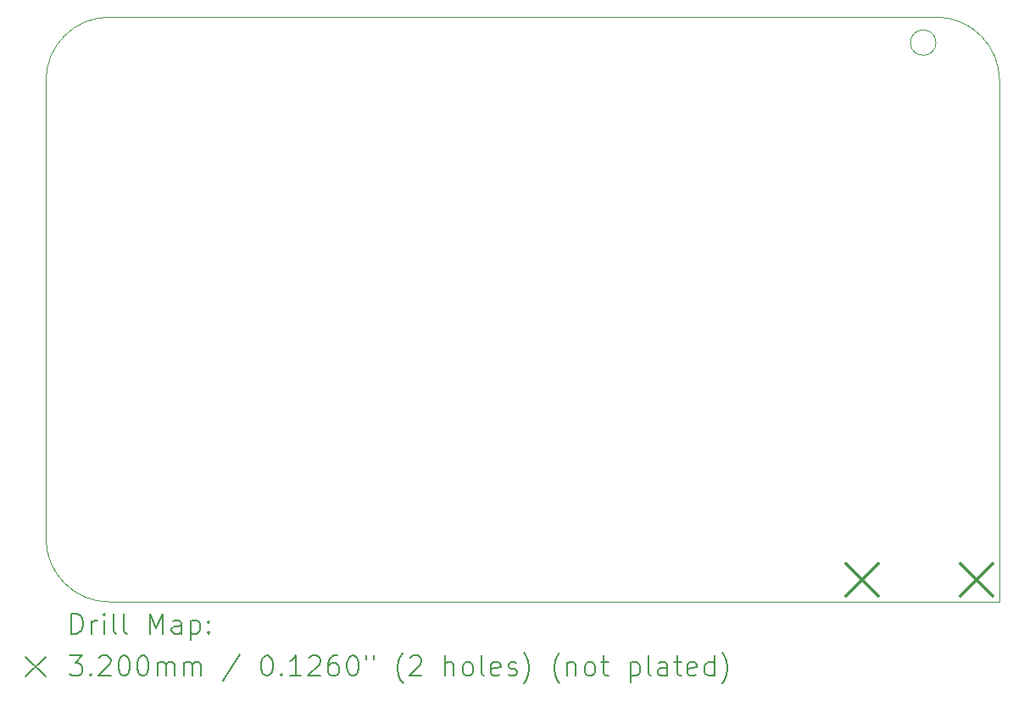
<source format=gbr>
%TF.GenerationSoftware,KiCad,Pcbnew,7.0.7*%
%TF.CreationDate,2024-09-25T19:29:02-07:00*%
%TF.ProjectId,ACS Arduino Board,41435320-4172-4647-9569-6e6f20426f61,rev?*%
%TF.SameCoordinates,Original*%
%TF.FileFunction,Drillmap*%
%TF.FilePolarity,Positive*%
%FSLAX45Y45*%
G04 Gerber Fmt 4.5, Leading zero omitted, Abs format (unit mm)*
G04 Created by KiCad (PCBNEW 7.0.7) date 2024-09-25 19:29:02*
%MOMM*%
%LPD*%
G01*
G04 APERTURE LIST*
%ADD10C,0.100000*%
%ADD11C,0.200000*%
%ADD12C,0.320040*%
G04 APERTURE END LIST*
D10*
X12065000Y-8382000D02*
X12065000Y-3175000D01*
X3175000Y-8382000D02*
X12065000Y-8382000D01*
X3175000Y-2540000D02*
X11430000Y-2540000D01*
X2540000Y-7747000D02*
X2540000Y-3175000D01*
X2540000Y-7747000D02*
G75*
G03*
X3175000Y-8382000I635000J0D01*
G01*
X12065000Y-3175000D02*
G75*
G03*
X11430000Y-2540000I-635000J0D01*
G01*
X3175000Y-2540000D02*
G75*
G03*
X2540000Y-3175000I0J-635000D01*
G01*
X11429000Y-2795000D02*
G75*
G03*
X11429000Y-2795000I-127000J0D01*
G01*
D11*
D12*
X10533970Y-7997440D02*
X10854010Y-8317480D01*
X10854010Y-7997440D02*
X10533970Y-8317480D01*
X11676970Y-7997440D02*
X11997010Y-8317480D01*
X11997010Y-7997440D02*
X11676970Y-8317480D01*
D11*
X2795777Y-8698484D02*
X2795777Y-8498484D01*
X2795777Y-8498484D02*
X2843396Y-8498484D01*
X2843396Y-8498484D02*
X2871967Y-8508008D01*
X2871967Y-8508008D02*
X2891015Y-8527055D01*
X2891015Y-8527055D02*
X2900539Y-8546103D01*
X2900539Y-8546103D02*
X2910062Y-8584198D01*
X2910062Y-8584198D02*
X2910062Y-8612770D01*
X2910062Y-8612770D02*
X2900539Y-8650865D01*
X2900539Y-8650865D02*
X2891015Y-8669912D01*
X2891015Y-8669912D02*
X2871967Y-8688960D01*
X2871967Y-8688960D02*
X2843396Y-8698484D01*
X2843396Y-8698484D02*
X2795777Y-8698484D01*
X2995777Y-8698484D02*
X2995777Y-8565150D01*
X2995777Y-8603246D02*
X3005301Y-8584198D01*
X3005301Y-8584198D02*
X3014824Y-8574674D01*
X3014824Y-8574674D02*
X3033872Y-8565150D01*
X3033872Y-8565150D02*
X3052920Y-8565150D01*
X3119586Y-8698484D02*
X3119586Y-8565150D01*
X3119586Y-8498484D02*
X3110062Y-8508008D01*
X3110062Y-8508008D02*
X3119586Y-8517531D01*
X3119586Y-8517531D02*
X3129110Y-8508008D01*
X3129110Y-8508008D02*
X3119586Y-8498484D01*
X3119586Y-8498484D02*
X3119586Y-8517531D01*
X3243396Y-8698484D02*
X3224348Y-8688960D01*
X3224348Y-8688960D02*
X3214824Y-8669912D01*
X3214824Y-8669912D02*
X3214824Y-8498484D01*
X3348158Y-8698484D02*
X3329110Y-8688960D01*
X3329110Y-8688960D02*
X3319586Y-8669912D01*
X3319586Y-8669912D02*
X3319586Y-8498484D01*
X3576729Y-8698484D02*
X3576729Y-8498484D01*
X3576729Y-8498484D02*
X3643396Y-8641341D01*
X3643396Y-8641341D02*
X3710062Y-8498484D01*
X3710062Y-8498484D02*
X3710062Y-8698484D01*
X3891015Y-8698484D02*
X3891015Y-8593722D01*
X3891015Y-8593722D02*
X3881491Y-8574674D01*
X3881491Y-8574674D02*
X3862443Y-8565150D01*
X3862443Y-8565150D02*
X3824348Y-8565150D01*
X3824348Y-8565150D02*
X3805301Y-8574674D01*
X3891015Y-8688960D02*
X3871967Y-8698484D01*
X3871967Y-8698484D02*
X3824348Y-8698484D01*
X3824348Y-8698484D02*
X3805301Y-8688960D01*
X3805301Y-8688960D02*
X3795777Y-8669912D01*
X3795777Y-8669912D02*
X3795777Y-8650865D01*
X3795777Y-8650865D02*
X3805301Y-8631817D01*
X3805301Y-8631817D02*
X3824348Y-8622293D01*
X3824348Y-8622293D02*
X3871967Y-8622293D01*
X3871967Y-8622293D02*
X3891015Y-8612770D01*
X3986253Y-8565150D02*
X3986253Y-8765150D01*
X3986253Y-8574674D02*
X4005301Y-8565150D01*
X4005301Y-8565150D02*
X4043396Y-8565150D01*
X4043396Y-8565150D02*
X4062443Y-8574674D01*
X4062443Y-8574674D02*
X4071967Y-8584198D01*
X4071967Y-8584198D02*
X4081491Y-8603246D01*
X4081491Y-8603246D02*
X4081491Y-8660389D01*
X4081491Y-8660389D02*
X4071967Y-8679436D01*
X4071967Y-8679436D02*
X4062443Y-8688960D01*
X4062443Y-8688960D02*
X4043396Y-8698484D01*
X4043396Y-8698484D02*
X4005301Y-8698484D01*
X4005301Y-8698484D02*
X3986253Y-8688960D01*
X4167205Y-8679436D02*
X4176729Y-8688960D01*
X4176729Y-8688960D02*
X4167205Y-8698484D01*
X4167205Y-8698484D02*
X4157682Y-8688960D01*
X4157682Y-8688960D02*
X4167205Y-8679436D01*
X4167205Y-8679436D02*
X4167205Y-8698484D01*
X4167205Y-8574674D02*
X4176729Y-8584198D01*
X4176729Y-8584198D02*
X4167205Y-8593722D01*
X4167205Y-8593722D02*
X4157682Y-8584198D01*
X4157682Y-8584198D02*
X4167205Y-8574674D01*
X4167205Y-8574674D02*
X4167205Y-8593722D01*
X2335000Y-8927000D02*
X2535000Y-9127000D01*
X2535000Y-8927000D02*
X2335000Y-9127000D01*
X2776729Y-8918484D02*
X2900539Y-8918484D01*
X2900539Y-8918484D02*
X2833872Y-8994674D01*
X2833872Y-8994674D02*
X2862443Y-8994674D01*
X2862443Y-8994674D02*
X2881491Y-9004198D01*
X2881491Y-9004198D02*
X2891015Y-9013722D01*
X2891015Y-9013722D02*
X2900539Y-9032770D01*
X2900539Y-9032770D02*
X2900539Y-9080389D01*
X2900539Y-9080389D02*
X2891015Y-9099436D01*
X2891015Y-9099436D02*
X2881491Y-9108960D01*
X2881491Y-9108960D02*
X2862443Y-9118484D01*
X2862443Y-9118484D02*
X2805301Y-9118484D01*
X2805301Y-9118484D02*
X2786253Y-9108960D01*
X2786253Y-9108960D02*
X2776729Y-9099436D01*
X2986253Y-9099436D02*
X2995777Y-9108960D01*
X2995777Y-9108960D02*
X2986253Y-9118484D01*
X2986253Y-9118484D02*
X2976729Y-9108960D01*
X2976729Y-9108960D02*
X2986253Y-9099436D01*
X2986253Y-9099436D02*
X2986253Y-9118484D01*
X3071967Y-8937531D02*
X3081491Y-8928008D01*
X3081491Y-8928008D02*
X3100539Y-8918484D01*
X3100539Y-8918484D02*
X3148158Y-8918484D01*
X3148158Y-8918484D02*
X3167205Y-8928008D01*
X3167205Y-8928008D02*
X3176729Y-8937531D01*
X3176729Y-8937531D02*
X3186253Y-8956579D01*
X3186253Y-8956579D02*
X3186253Y-8975627D01*
X3186253Y-8975627D02*
X3176729Y-9004198D01*
X3176729Y-9004198D02*
X3062443Y-9118484D01*
X3062443Y-9118484D02*
X3186253Y-9118484D01*
X3310062Y-8918484D02*
X3329110Y-8918484D01*
X3329110Y-8918484D02*
X3348158Y-8928008D01*
X3348158Y-8928008D02*
X3357682Y-8937531D01*
X3357682Y-8937531D02*
X3367205Y-8956579D01*
X3367205Y-8956579D02*
X3376729Y-8994674D01*
X3376729Y-8994674D02*
X3376729Y-9042293D01*
X3376729Y-9042293D02*
X3367205Y-9080389D01*
X3367205Y-9080389D02*
X3357682Y-9099436D01*
X3357682Y-9099436D02*
X3348158Y-9108960D01*
X3348158Y-9108960D02*
X3329110Y-9118484D01*
X3329110Y-9118484D02*
X3310062Y-9118484D01*
X3310062Y-9118484D02*
X3291015Y-9108960D01*
X3291015Y-9108960D02*
X3281491Y-9099436D01*
X3281491Y-9099436D02*
X3271967Y-9080389D01*
X3271967Y-9080389D02*
X3262443Y-9042293D01*
X3262443Y-9042293D02*
X3262443Y-8994674D01*
X3262443Y-8994674D02*
X3271967Y-8956579D01*
X3271967Y-8956579D02*
X3281491Y-8937531D01*
X3281491Y-8937531D02*
X3291015Y-8928008D01*
X3291015Y-8928008D02*
X3310062Y-8918484D01*
X3500539Y-8918484D02*
X3519586Y-8918484D01*
X3519586Y-8918484D02*
X3538634Y-8928008D01*
X3538634Y-8928008D02*
X3548158Y-8937531D01*
X3548158Y-8937531D02*
X3557682Y-8956579D01*
X3557682Y-8956579D02*
X3567205Y-8994674D01*
X3567205Y-8994674D02*
X3567205Y-9042293D01*
X3567205Y-9042293D02*
X3557682Y-9080389D01*
X3557682Y-9080389D02*
X3548158Y-9099436D01*
X3548158Y-9099436D02*
X3538634Y-9108960D01*
X3538634Y-9108960D02*
X3519586Y-9118484D01*
X3519586Y-9118484D02*
X3500539Y-9118484D01*
X3500539Y-9118484D02*
X3481491Y-9108960D01*
X3481491Y-9108960D02*
X3471967Y-9099436D01*
X3471967Y-9099436D02*
X3462443Y-9080389D01*
X3462443Y-9080389D02*
X3452920Y-9042293D01*
X3452920Y-9042293D02*
X3452920Y-8994674D01*
X3452920Y-8994674D02*
X3462443Y-8956579D01*
X3462443Y-8956579D02*
X3471967Y-8937531D01*
X3471967Y-8937531D02*
X3481491Y-8928008D01*
X3481491Y-8928008D02*
X3500539Y-8918484D01*
X3652920Y-9118484D02*
X3652920Y-8985150D01*
X3652920Y-9004198D02*
X3662443Y-8994674D01*
X3662443Y-8994674D02*
X3681491Y-8985150D01*
X3681491Y-8985150D02*
X3710063Y-8985150D01*
X3710063Y-8985150D02*
X3729110Y-8994674D01*
X3729110Y-8994674D02*
X3738634Y-9013722D01*
X3738634Y-9013722D02*
X3738634Y-9118484D01*
X3738634Y-9013722D02*
X3748158Y-8994674D01*
X3748158Y-8994674D02*
X3767205Y-8985150D01*
X3767205Y-8985150D02*
X3795777Y-8985150D01*
X3795777Y-8985150D02*
X3814824Y-8994674D01*
X3814824Y-8994674D02*
X3824348Y-9013722D01*
X3824348Y-9013722D02*
X3824348Y-9118484D01*
X3919586Y-9118484D02*
X3919586Y-8985150D01*
X3919586Y-9004198D02*
X3929110Y-8994674D01*
X3929110Y-8994674D02*
X3948158Y-8985150D01*
X3948158Y-8985150D02*
X3976729Y-8985150D01*
X3976729Y-8985150D02*
X3995777Y-8994674D01*
X3995777Y-8994674D02*
X4005301Y-9013722D01*
X4005301Y-9013722D02*
X4005301Y-9118484D01*
X4005301Y-9013722D02*
X4014824Y-8994674D01*
X4014824Y-8994674D02*
X4033872Y-8985150D01*
X4033872Y-8985150D02*
X4062443Y-8985150D01*
X4062443Y-8985150D02*
X4081491Y-8994674D01*
X4081491Y-8994674D02*
X4091015Y-9013722D01*
X4091015Y-9013722D02*
X4091015Y-9118484D01*
X4481491Y-8908960D02*
X4310063Y-9166103D01*
X4738634Y-8918484D02*
X4757682Y-8918484D01*
X4757682Y-8918484D02*
X4776729Y-8928008D01*
X4776729Y-8928008D02*
X4786253Y-8937531D01*
X4786253Y-8937531D02*
X4795777Y-8956579D01*
X4795777Y-8956579D02*
X4805301Y-8994674D01*
X4805301Y-8994674D02*
X4805301Y-9042293D01*
X4805301Y-9042293D02*
X4795777Y-9080389D01*
X4795777Y-9080389D02*
X4786253Y-9099436D01*
X4786253Y-9099436D02*
X4776729Y-9108960D01*
X4776729Y-9108960D02*
X4757682Y-9118484D01*
X4757682Y-9118484D02*
X4738634Y-9118484D01*
X4738634Y-9118484D02*
X4719587Y-9108960D01*
X4719587Y-9108960D02*
X4710063Y-9099436D01*
X4710063Y-9099436D02*
X4700539Y-9080389D01*
X4700539Y-9080389D02*
X4691015Y-9042293D01*
X4691015Y-9042293D02*
X4691015Y-8994674D01*
X4691015Y-8994674D02*
X4700539Y-8956579D01*
X4700539Y-8956579D02*
X4710063Y-8937531D01*
X4710063Y-8937531D02*
X4719587Y-8928008D01*
X4719587Y-8928008D02*
X4738634Y-8918484D01*
X4891015Y-9099436D02*
X4900539Y-9108960D01*
X4900539Y-9108960D02*
X4891015Y-9118484D01*
X4891015Y-9118484D02*
X4881491Y-9108960D01*
X4881491Y-9108960D02*
X4891015Y-9099436D01*
X4891015Y-9099436D02*
X4891015Y-9118484D01*
X5091015Y-9118484D02*
X4976729Y-9118484D01*
X5033872Y-9118484D02*
X5033872Y-8918484D01*
X5033872Y-8918484D02*
X5014825Y-8947055D01*
X5014825Y-8947055D02*
X4995777Y-8966103D01*
X4995777Y-8966103D02*
X4976729Y-8975627D01*
X5167206Y-8937531D02*
X5176729Y-8928008D01*
X5176729Y-8928008D02*
X5195777Y-8918484D01*
X5195777Y-8918484D02*
X5243396Y-8918484D01*
X5243396Y-8918484D02*
X5262444Y-8928008D01*
X5262444Y-8928008D02*
X5271968Y-8937531D01*
X5271968Y-8937531D02*
X5281491Y-8956579D01*
X5281491Y-8956579D02*
X5281491Y-8975627D01*
X5281491Y-8975627D02*
X5271968Y-9004198D01*
X5271968Y-9004198D02*
X5157682Y-9118484D01*
X5157682Y-9118484D02*
X5281491Y-9118484D01*
X5452920Y-8918484D02*
X5414825Y-8918484D01*
X5414825Y-8918484D02*
X5395777Y-8928008D01*
X5395777Y-8928008D02*
X5386253Y-8937531D01*
X5386253Y-8937531D02*
X5367206Y-8966103D01*
X5367206Y-8966103D02*
X5357682Y-9004198D01*
X5357682Y-9004198D02*
X5357682Y-9080389D01*
X5357682Y-9080389D02*
X5367206Y-9099436D01*
X5367206Y-9099436D02*
X5376729Y-9108960D01*
X5376729Y-9108960D02*
X5395777Y-9118484D01*
X5395777Y-9118484D02*
X5433872Y-9118484D01*
X5433872Y-9118484D02*
X5452920Y-9108960D01*
X5452920Y-9108960D02*
X5462444Y-9099436D01*
X5462444Y-9099436D02*
X5471968Y-9080389D01*
X5471968Y-9080389D02*
X5471968Y-9032770D01*
X5471968Y-9032770D02*
X5462444Y-9013722D01*
X5462444Y-9013722D02*
X5452920Y-9004198D01*
X5452920Y-9004198D02*
X5433872Y-8994674D01*
X5433872Y-8994674D02*
X5395777Y-8994674D01*
X5395777Y-8994674D02*
X5376729Y-9004198D01*
X5376729Y-9004198D02*
X5367206Y-9013722D01*
X5367206Y-9013722D02*
X5357682Y-9032770D01*
X5595777Y-8918484D02*
X5614825Y-8918484D01*
X5614825Y-8918484D02*
X5633872Y-8928008D01*
X5633872Y-8928008D02*
X5643396Y-8937531D01*
X5643396Y-8937531D02*
X5652920Y-8956579D01*
X5652920Y-8956579D02*
X5662444Y-8994674D01*
X5662444Y-8994674D02*
X5662444Y-9042293D01*
X5662444Y-9042293D02*
X5652920Y-9080389D01*
X5652920Y-9080389D02*
X5643396Y-9099436D01*
X5643396Y-9099436D02*
X5633872Y-9108960D01*
X5633872Y-9108960D02*
X5614825Y-9118484D01*
X5614825Y-9118484D02*
X5595777Y-9118484D01*
X5595777Y-9118484D02*
X5576729Y-9108960D01*
X5576729Y-9108960D02*
X5567206Y-9099436D01*
X5567206Y-9099436D02*
X5557682Y-9080389D01*
X5557682Y-9080389D02*
X5548158Y-9042293D01*
X5548158Y-9042293D02*
X5548158Y-8994674D01*
X5548158Y-8994674D02*
X5557682Y-8956579D01*
X5557682Y-8956579D02*
X5567206Y-8937531D01*
X5567206Y-8937531D02*
X5576729Y-8928008D01*
X5576729Y-8928008D02*
X5595777Y-8918484D01*
X5738634Y-8918484D02*
X5738634Y-8956579D01*
X5814825Y-8918484D02*
X5814825Y-8956579D01*
X6110063Y-9194674D02*
X6100539Y-9185150D01*
X6100539Y-9185150D02*
X6081491Y-9156579D01*
X6081491Y-9156579D02*
X6071968Y-9137531D01*
X6071968Y-9137531D02*
X6062444Y-9108960D01*
X6062444Y-9108960D02*
X6052920Y-9061341D01*
X6052920Y-9061341D02*
X6052920Y-9023246D01*
X6052920Y-9023246D02*
X6062444Y-8975627D01*
X6062444Y-8975627D02*
X6071968Y-8947055D01*
X6071968Y-8947055D02*
X6081491Y-8928008D01*
X6081491Y-8928008D02*
X6100539Y-8899436D01*
X6100539Y-8899436D02*
X6110063Y-8889912D01*
X6176729Y-8937531D02*
X6186253Y-8928008D01*
X6186253Y-8928008D02*
X6205301Y-8918484D01*
X6205301Y-8918484D02*
X6252920Y-8918484D01*
X6252920Y-8918484D02*
X6271968Y-8928008D01*
X6271968Y-8928008D02*
X6281491Y-8937531D01*
X6281491Y-8937531D02*
X6291015Y-8956579D01*
X6291015Y-8956579D02*
X6291015Y-8975627D01*
X6291015Y-8975627D02*
X6281491Y-9004198D01*
X6281491Y-9004198D02*
X6167206Y-9118484D01*
X6167206Y-9118484D02*
X6291015Y-9118484D01*
X6529110Y-9118484D02*
X6529110Y-8918484D01*
X6614825Y-9118484D02*
X6614825Y-9013722D01*
X6614825Y-9013722D02*
X6605301Y-8994674D01*
X6605301Y-8994674D02*
X6586253Y-8985150D01*
X6586253Y-8985150D02*
X6557682Y-8985150D01*
X6557682Y-8985150D02*
X6538634Y-8994674D01*
X6538634Y-8994674D02*
X6529110Y-9004198D01*
X6738634Y-9118484D02*
X6719587Y-9108960D01*
X6719587Y-9108960D02*
X6710063Y-9099436D01*
X6710063Y-9099436D02*
X6700539Y-9080389D01*
X6700539Y-9080389D02*
X6700539Y-9023246D01*
X6700539Y-9023246D02*
X6710063Y-9004198D01*
X6710063Y-9004198D02*
X6719587Y-8994674D01*
X6719587Y-8994674D02*
X6738634Y-8985150D01*
X6738634Y-8985150D02*
X6767206Y-8985150D01*
X6767206Y-8985150D02*
X6786253Y-8994674D01*
X6786253Y-8994674D02*
X6795777Y-9004198D01*
X6795777Y-9004198D02*
X6805301Y-9023246D01*
X6805301Y-9023246D02*
X6805301Y-9080389D01*
X6805301Y-9080389D02*
X6795777Y-9099436D01*
X6795777Y-9099436D02*
X6786253Y-9108960D01*
X6786253Y-9108960D02*
X6767206Y-9118484D01*
X6767206Y-9118484D02*
X6738634Y-9118484D01*
X6919587Y-9118484D02*
X6900539Y-9108960D01*
X6900539Y-9108960D02*
X6891015Y-9089912D01*
X6891015Y-9089912D02*
X6891015Y-8918484D01*
X7071968Y-9108960D02*
X7052920Y-9118484D01*
X7052920Y-9118484D02*
X7014825Y-9118484D01*
X7014825Y-9118484D02*
X6995777Y-9108960D01*
X6995777Y-9108960D02*
X6986253Y-9089912D01*
X6986253Y-9089912D02*
X6986253Y-9013722D01*
X6986253Y-9013722D02*
X6995777Y-8994674D01*
X6995777Y-8994674D02*
X7014825Y-8985150D01*
X7014825Y-8985150D02*
X7052920Y-8985150D01*
X7052920Y-8985150D02*
X7071968Y-8994674D01*
X7071968Y-8994674D02*
X7081491Y-9013722D01*
X7081491Y-9013722D02*
X7081491Y-9032770D01*
X7081491Y-9032770D02*
X6986253Y-9051817D01*
X7157682Y-9108960D02*
X7176730Y-9118484D01*
X7176730Y-9118484D02*
X7214825Y-9118484D01*
X7214825Y-9118484D02*
X7233872Y-9108960D01*
X7233872Y-9108960D02*
X7243396Y-9089912D01*
X7243396Y-9089912D02*
X7243396Y-9080389D01*
X7243396Y-9080389D02*
X7233872Y-9061341D01*
X7233872Y-9061341D02*
X7214825Y-9051817D01*
X7214825Y-9051817D02*
X7186253Y-9051817D01*
X7186253Y-9051817D02*
X7167206Y-9042293D01*
X7167206Y-9042293D02*
X7157682Y-9023246D01*
X7157682Y-9023246D02*
X7157682Y-9013722D01*
X7157682Y-9013722D02*
X7167206Y-8994674D01*
X7167206Y-8994674D02*
X7186253Y-8985150D01*
X7186253Y-8985150D02*
X7214825Y-8985150D01*
X7214825Y-8985150D02*
X7233872Y-8994674D01*
X7310063Y-9194674D02*
X7319587Y-9185150D01*
X7319587Y-9185150D02*
X7338634Y-9156579D01*
X7338634Y-9156579D02*
X7348158Y-9137531D01*
X7348158Y-9137531D02*
X7357682Y-9108960D01*
X7357682Y-9108960D02*
X7367206Y-9061341D01*
X7367206Y-9061341D02*
X7367206Y-9023246D01*
X7367206Y-9023246D02*
X7357682Y-8975627D01*
X7357682Y-8975627D02*
X7348158Y-8947055D01*
X7348158Y-8947055D02*
X7338634Y-8928008D01*
X7338634Y-8928008D02*
X7319587Y-8899436D01*
X7319587Y-8899436D02*
X7310063Y-8889912D01*
X7671968Y-9194674D02*
X7662444Y-9185150D01*
X7662444Y-9185150D02*
X7643396Y-9156579D01*
X7643396Y-9156579D02*
X7633872Y-9137531D01*
X7633872Y-9137531D02*
X7624349Y-9108960D01*
X7624349Y-9108960D02*
X7614825Y-9061341D01*
X7614825Y-9061341D02*
X7614825Y-9023246D01*
X7614825Y-9023246D02*
X7624349Y-8975627D01*
X7624349Y-8975627D02*
X7633872Y-8947055D01*
X7633872Y-8947055D02*
X7643396Y-8928008D01*
X7643396Y-8928008D02*
X7662444Y-8899436D01*
X7662444Y-8899436D02*
X7671968Y-8889912D01*
X7748158Y-8985150D02*
X7748158Y-9118484D01*
X7748158Y-9004198D02*
X7757682Y-8994674D01*
X7757682Y-8994674D02*
X7776730Y-8985150D01*
X7776730Y-8985150D02*
X7805301Y-8985150D01*
X7805301Y-8985150D02*
X7824349Y-8994674D01*
X7824349Y-8994674D02*
X7833872Y-9013722D01*
X7833872Y-9013722D02*
X7833872Y-9118484D01*
X7957682Y-9118484D02*
X7938634Y-9108960D01*
X7938634Y-9108960D02*
X7929111Y-9099436D01*
X7929111Y-9099436D02*
X7919587Y-9080389D01*
X7919587Y-9080389D02*
X7919587Y-9023246D01*
X7919587Y-9023246D02*
X7929111Y-9004198D01*
X7929111Y-9004198D02*
X7938634Y-8994674D01*
X7938634Y-8994674D02*
X7957682Y-8985150D01*
X7957682Y-8985150D02*
X7986253Y-8985150D01*
X7986253Y-8985150D02*
X8005301Y-8994674D01*
X8005301Y-8994674D02*
X8014825Y-9004198D01*
X8014825Y-9004198D02*
X8024349Y-9023246D01*
X8024349Y-9023246D02*
X8024349Y-9080389D01*
X8024349Y-9080389D02*
X8014825Y-9099436D01*
X8014825Y-9099436D02*
X8005301Y-9108960D01*
X8005301Y-9108960D02*
X7986253Y-9118484D01*
X7986253Y-9118484D02*
X7957682Y-9118484D01*
X8081492Y-8985150D02*
X8157682Y-8985150D01*
X8110063Y-8918484D02*
X8110063Y-9089912D01*
X8110063Y-9089912D02*
X8119587Y-9108960D01*
X8119587Y-9108960D02*
X8138634Y-9118484D01*
X8138634Y-9118484D02*
X8157682Y-9118484D01*
X8376730Y-8985150D02*
X8376730Y-9185150D01*
X8376730Y-8994674D02*
X8395777Y-8985150D01*
X8395777Y-8985150D02*
X8433873Y-8985150D01*
X8433873Y-8985150D02*
X8452920Y-8994674D01*
X8452920Y-8994674D02*
X8462444Y-9004198D01*
X8462444Y-9004198D02*
X8471968Y-9023246D01*
X8471968Y-9023246D02*
X8471968Y-9080389D01*
X8471968Y-9080389D02*
X8462444Y-9099436D01*
X8462444Y-9099436D02*
X8452920Y-9108960D01*
X8452920Y-9108960D02*
X8433873Y-9118484D01*
X8433873Y-9118484D02*
X8395777Y-9118484D01*
X8395777Y-9118484D02*
X8376730Y-9108960D01*
X8586254Y-9118484D02*
X8567206Y-9108960D01*
X8567206Y-9108960D02*
X8557682Y-9089912D01*
X8557682Y-9089912D02*
X8557682Y-8918484D01*
X8748158Y-9118484D02*
X8748158Y-9013722D01*
X8748158Y-9013722D02*
X8738635Y-8994674D01*
X8738635Y-8994674D02*
X8719587Y-8985150D01*
X8719587Y-8985150D02*
X8681492Y-8985150D01*
X8681492Y-8985150D02*
X8662444Y-8994674D01*
X8748158Y-9108960D02*
X8729111Y-9118484D01*
X8729111Y-9118484D02*
X8681492Y-9118484D01*
X8681492Y-9118484D02*
X8662444Y-9108960D01*
X8662444Y-9108960D02*
X8652920Y-9089912D01*
X8652920Y-9089912D02*
X8652920Y-9070865D01*
X8652920Y-9070865D02*
X8662444Y-9051817D01*
X8662444Y-9051817D02*
X8681492Y-9042293D01*
X8681492Y-9042293D02*
X8729111Y-9042293D01*
X8729111Y-9042293D02*
X8748158Y-9032770D01*
X8814825Y-8985150D02*
X8891015Y-8985150D01*
X8843396Y-8918484D02*
X8843396Y-9089912D01*
X8843396Y-9089912D02*
X8852920Y-9108960D01*
X8852920Y-9108960D02*
X8871968Y-9118484D01*
X8871968Y-9118484D02*
X8891015Y-9118484D01*
X9033873Y-9108960D02*
X9014825Y-9118484D01*
X9014825Y-9118484D02*
X8976730Y-9118484D01*
X8976730Y-9118484D02*
X8957682Y-9108960D01*
X8957682Y-9108960D02*
X8948158Y-9089912D01*
X8948158Y-9089912D02*
X8948158Y-9013722D01*
X8948158Y-9013722D02*
X8957682Y-8994674D01*
X8957682Y-8994674D02*
X8976730Y-8985150D01*
X8976730Y-8985150D02*
X9014825Y-8985150D01*
X9014825Y-8985150D02*
X9033873Y-8994674D01*
X9033873Y-8994674D02*
X9043396Y-9013722D01*
X9043396Y-9013722D02*
X9043396Y-9032770D01*
X9043396Y-9032770D02*
X8948158Y-9051817D01*
X9214825Y-9118484D02*
X9214825Y-8918484D01*
X9214825Y-9108960D02*
X9195777Y-9118484D01*
X9195777Y-9118484D02*
X9157682Y-9118484D01*
X9157682Y-9118484D02*
X9138635Y-9108960D01*
X9138635Y-9108960D02*
X9129111Y-9099436D01*
X9129111Y-9099436D02*
X9119587Y-9080389D01*
X9119587Y-9080389D02*
X9119587Y-9023246D01*
X9119587Y-9023246D02*
X9129111Y-9004198D01*
X9129111Y-9004198D02*
X9138635Y-8994674D01*
X9138635Y-8994674D02*
X9157682Y-8985150D01*
X9157682Y-8985150D02*
X9195777Y-8985150D01*
X9195777Y-8985150D02*
X9214825Y-8994674D01*
X9291016Y-9194674D02*
X9300539Y-9185150D01*
X9300539Y-9185150D02*
X9319587Y-9156579D01*
X9319587Y-9156579D02*
X9329111Y-9137531D01*
X9329111Y-9137531D02*
X9338635Y-9108960D01*
X9338635Y-9108960D02*
X9348158Y-9061341D01*
X9348158Y-9061341D02*
X9348158Y-9023246D01*
X9348158Y-9023246D02*
X9338635Y-8975627D01*
X9338635Y-8975627D02*
X9329111Y-8947055D01*
X9329111Y-8947055D02*
X9319587Y-8928008D01*
X9319587Y-8928008D02*
X9300539Y-8899436D01*
X9300539Y-8899436D02*
X9291016Y-8889912D01*
M02*

</source>
